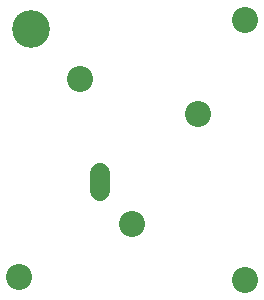
<source format=gbr>
G04 EAGLE Gerber RS-274X export*
G75*
%MOMM*%
%FSLAX34Y34*%
%LPD*%
%INSoldermask Bottom*%
%IPPOS*%
%AMOC8*
5,1,8,0,0,1.08239X$1,22.5*%
G01*
%ADD10C,2.203200*%
%ADD11C,1.524000*%
%ADD12C,1.727200*%
%ADD13C,3.203200*%
%ADD14C,0.959600*%


D10*
X20000Y30000D03*
X211000Y28000D03*
X211000Y248000D03*
D12*
X88606Y118132D02*
X88606Y102892D01*
D10*
X71000Y198000D03*
X171000Y168000D03*
D13*
X30000Y240000D03*
D10*
X115000Y75000D03*
M02*


</source>
